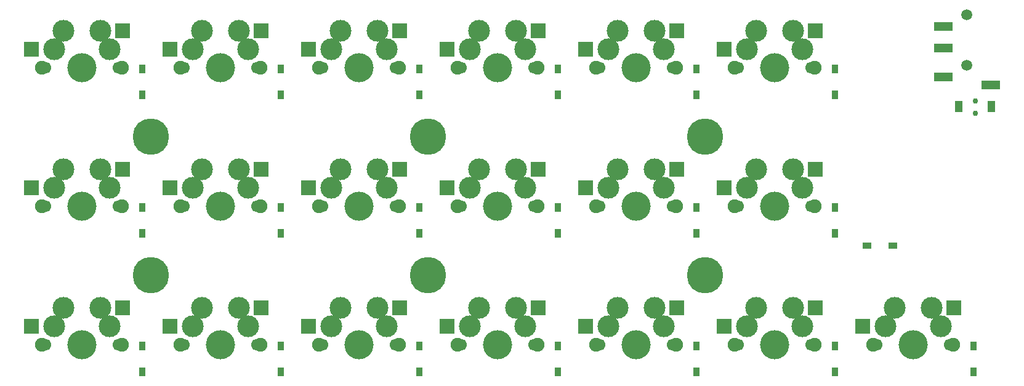
<source format=gbr>
%TF.GenerationSoftware,KiCad,Pcbnew,8.0.7*%
%TF.CreationDate,2024-12-29T11:12:43+09:00*%
%TF.ProjectId,pisces,70697363-6573-42e6-9b69-6361645f7063,rev?*%
%TF.SameCoordinates,Original*%
%TF.FileFunction,Soldermask,Bot*%
%TF.FilePolarity,Negative*%
%FSLAX46Y46*%
G04 Gerber Fmt 4.6, Leading zero omitted, Abs format (unit mm)*
G04 Created by KiCad (PCBNEW 8.0.7) date 2024-12-29 11:12:43*
%MOMM*%
%LPD*%
G01*
G04 APERTURE LIST*
%ADD10C,5.000000*%
%ADD11C,1.900000*%
%ADD12C,1.700000*%
%ADD13C,3.000000*%
%ADD14C,4.000000*%
%ADD15R,2.000000X2.000000*%
%ADD16C,1.500000*%
%ADD17R,2.500000X1.200000*%
%ADD18R,1.300000X0.950000*%
%ADD19C,0.750000*%
%ADD20R,1.100000X1.600000*%
%ADD21R,0.950000X1.300000*%
G04 APERTURE END LIST*
D10*
%TO.C,HOLE1*%
X59525000Y-59525000D03*
%TD*%
%TO.C,HOLE2*%
X59525000Y-78575000D03*
%TD*%
%TO.C,HOLE7*%
X97625000Y-59525000D03*
%TD*%
%TO.C,HOLE8*%
X97625000Y-78575000D03*
%TD*%
%TO.C,HOLE13*%
X135725000Y-59525000D03*
%TD*%
%TO.C,HOLE14*%
X135725000Y-78575000D03*
%TD*%
D11*
%TO.C,SW1*%
X44500000Y-50000000D03*
D12*
X44920000Y-50000000D03*
D13*
X46190000Y-47460000D03*
X47460000Y-44920000D03*
D14*
X50000000Y-50000000D03*
D13*
X52540000Y-44920000D03*
X53810000Y-47460000D03*
D12*
X55080000Y-50000000D03*
D11*
X55500000Y-50000000D03*
D15*
X43100000Y-47460000D03*
X55600000Y-44920000D03*
%TD*%
D11*
%TO.C,SW2*%
X44500000Y-69050000D03*
D12*
X44920000Y-69050000D03*
D13*
X46190000Y-66510000D03*
X47460000Y-63970000D03*
D14*
X50000000Y-69050000D03*
D13*
X52540000Y-63970000D03*
X53810000Y-66510000D03*
D12*
X55080000Y-69050000D03*
D11*
X55500000Y-69050000D03*
D15*
X43100000Y-66510000D03*
X55600000Y-63970000D03*
%TD*%
D11*
%TO.C,SW3*%
X44500000Y-88100000D03*
D12*
X44920000Y-88100000D03*
D13*
X46190000Y-85560000D03*
X47460000Y-83020000D03*
D14*
X50000000Y-88100000D03*
D13*
X52540000Y-83020000D03*
X53810000Y-85560000D03*
D12*
X55080000Y-88100000D03*
D11*
X55500000Y-88100000D03*
D15*
X43100000Y-85560000D03*
X55600000Y-83020000D03*
%TD*%
D11*
%TO.C,SW4*%
X63550000Y-50000000D03*
D12*
X63970000Y-50000000D03*
D13*
X65240000Y-47460000D03*
X66510000Y-44920000D03*
D14*
X69050000Y-50000000D03*
D13*
X71590000Y-44920000D03*
X72860000Y-47460000D03*
D12*
X74130000Y-50000000D03*
D11*
X74550000Y-50000000D03*
D15*
X62150000Y-47460000D03*
X74650000Y-44920000D03*
%TD*%
D11*
%TO.C,SW5*%
X63550000Y-69050000D03*
D12*
X63970000Y-69050000D03*
D13*
X65240000Y-66510000D03*
X66510000Y-63970000D03*
D14*
X69050000Y-69050000D03*
D13*
X71590000Y-63970000D03*
X72860000Y-66510000D03*
D12*
X74130000Y-69050000D03*
D11*
X74550000Y-69050000D03*
D15*
X62150000Y-66510000D03*
X74650000Y-63970000D03*
%TD*%
D11*
%TO.C,SW6*%
X63550000Y-88100000D03*
D12*
X63970000Y-88100000D03*
D13*
X65240000Y-85560000D03*
X66510000Y-83020000D03*
D14*
X69050000Y-88100000D03*
D13*
X71590000Y-83020000D03*
X72860000Y-85560000D03*
D12*
X74130000Y-88100000D03*
D11*
X74550000Y-88100000D03*
D15*
X62150000Y-85560000D03*
X74650000Y-83020000D03*
%TD*%
D11*
%TO.C,SW7*%
X82600000Y-50000000D03*
D12*
X83020000Y-50000000D03*
D13*
X84290000Y-47460000D03*
X85560000Y-44920000D03*
D14*
X88100000Y-50000000D03*
D13*
X90640000Y-44920000D03*
X91910000Y-47460000D03*
D12*
X93180000Y-50000000D03*
D11*
X93600000Y-50000000D03*
D15*
X81200000Y-47460000D03*
X93700000Y-44920000D03*
%TD*%
D11*
%TO.C,SW8*%
X82600000Y-69050000D03*
D12*
X83020000Y-69050000D03*
D13*
X84290000Y-66510000D03*
X85560000Y-63970000D03*
D14*
X88100000Y-69050000D03*
D13*
X90640000Y-63970000D03*
X91910000Y-66510000D03*
D12*
X93180000Y-69050000D03*
D11*
X93600000Y-69050000D03*
D15*
X81200000Y-66510000D03*
X93700000Y-63970000D03*
%TD*%
D11*
%TO.C,SW9*%
X82600000Y-88100000D03*
D12*
X83020000Y-88100000D03*
D13*
X84290000Y-85560000D03*
X85560000Y-83020000D03*
D14*
X88100000Y-88100000D03*
D13*
X90640000Y-83020000D03*
X91910000Y-85560000D03*
D12*
X93180000Y-88100000D03*
D11*
X93600000Y-88100000D03*
D15*
X81200000Y-85560000D03*
X93700000Y-83020000D03*
%TD*%
D11*
%TO.C,SW10*%
X101650000Y-50000000D03*
D12*
X102070000Y-50000000D03*
D13*
X103340000Y-47460000D03*
X104610000Y-44920000D03*
D14*
X107150000Y-50000000D03*
D13*
X109690000Y-44920000D03*
X110960000Y-47460000D03*
D12*
X112230000Y-50000000D03*
D11*
X112650000Y-50000000D03*
D15*
X100250000Y-47460000D03*
X112750000Y-44920000D03*
%TD*%
D11*
%TO.C,SW11*%
X101650000Y-69050000D03*
D12*
X102070000Y-69050000D03*
D13*
X103340000Y-66510000D03*
X104610000Y-63970000D03*
D14*
X107150000Y-69050000D03*
D13*
X109690000Y-63970000D03*
X110960000Y-66510000D03*
D12*
X112230000Y-69050000D03*
D11*
X112650000Y-69050000D03*
D15*
X100250000Y-66510000D03*
X112750000Y-63970000D03*
%TD*%
D11*
%TO.C,SW12*%
X101650000Y-88100000D03*
D12*
X102070000Y-88100000D03*
D13*
X103340000Y-85560000D03*
X104610000Y-83020000D03*
D14*
X107150000Y-88100000D03*
D13*
X109690000Y-83020000D03*
X110960000Y-85560000D03*
D12*
X112230000Y-88100000D03*
D11*
X112650000Y-88100000D03*
D15*
X100250000Y-85560000D03*
X112750000Y-83020000D03*
%TD*%
D11*
%TO.C,SW13*%
X120700000Y-50000000D03*
D12*
X121120000Y-50000000D03*
D13*
X122390000Y-47460000D03*
X123660000Y-44920000D03*
D14*
X126200000Y-50000000D03*
D13*
X128740000Y-44920000D03*
X130010000Y-47460000D03*
D12*
X131280000Y-50000000D03*
D11*
X131700000Y-50000000D03*
D15*
X119300000Y-47460000D03*
X131800000Y-44920000D03*
%TD*%
D11*
%TO.C,SW14*%
X120700000Y-69050000D03*
D12*
X121120000Y-69050000D03*
D13*
X122390000Y-66510000D03*
X123660000Y-63970000D03*
D14*
X126200000Y-69050000D03*
D13*
X128740000Y-63970000D03*
X130010000Y-66510000D03*
D12*
X131280000Y-69050000D03*
D11*
X131700000Y-69050000D03*
D15*
X119300000Y-66510000D03*
X131800000Y-63970000D03*
%TD*%
D11*
%TO.C,SW15*%
X120700000Y-88100000D03*
D12*
X121120000Y-88100000D03*
D13*
X122390000Y-85560000D03*
X123660000Y-83020000D03*
D14*
X126200000Y-88100000D03*
D13*
X128740000Y-83020000D03*
X130010000Y-85560000D03*
D12*
X131280000Y-88100000D03*
D11*
X131700000Y-88100000D03*
D15*
X119300000Y-85560000D03*
X131800000Y-83020000D03*
%TD*%
D11*
%TO.C,SW16*%
X139750000Y-50000000D03*
D12*
X140170000Y-50000000D03*
D13*
X141440000Y-47460000D03*
X142710000Y-44920000D03*
D14*
X145250000Y-50000000D03*
D13*
X147790000Y-44920000D03*
X149060000Y-47460000D03*
D12*
X150330000Y-50000000D03*
D11*
X150750000Y-50000000D03*
D15*
X138350000Y-47460000D03*
X150850000Y-44920000D03*
%TD*%
D11*
%TO.C,SW17*%
X139750000Y-69050000D03*
D12*
X140170000Y-69050000D03*
D13*
X141440000Y-66510000D03*
X142710000Y-63970000D03*
D14*
X145250000Y-69050000D03*
D13*
X147790000Y-63970000D03*
X149060000Y-66510000D03*
D12*
X150330000Y-69050000D03*
D11*
X150750000Y-69050000D03*
D15*
X138350000Y-66510000D03*
X150850000Y-63970000D03*
%TD*%
D11*
%TO.C,SW18*%
X139750000Y-88100000D03*
D12*
X140170000Y-88100000D03*
D13*
X141440000Y-85560000D03*
X142710000Y-83020000D03*
D14*
X145250000Y-88100000D03*
D13*
X147790000Y-83020000D03*
X149060000Y-85560000D03*
D12*
X150330000Y-88100000D03*
D11*
X150750000Y-88100000D03*
D15*
X138350000Y-85560000D03*
X150850000Y-83020000D03*
%TD*%
D11*
%TO.C,SW19*%
X158800000Y-88100000D03*
D12*
X159220000Y-88100000D03*
D13*
X160490000Y-85560000D03*
X161760000Y-83020000D03*
D14*
X164300000Y-88100000D03*
D13*
X166840000Y-83020000D03*
X168110000Y-85560000D03*
D12*
X169380000Y-88100000D03*
D11*
X169800000Y-88100000D03*
D15*
X157400000Y-85560000D03*
X169900000Y-83020000D03*
%TD*%
D16*
%TO.C,J2*%
X171704000Y-42723000D03*
X171704000Y-49723000D03*
D17*
X168454000Y-47313000D03*
X168454000Y-44313000D03*
X174954000Y-52413000D03*
X168454000Y-51313000D03*
%TD*%
D18*
%TO.C,D_H1*%
X157927500Y-74485500D03*
X161477500Y-74485500D03*
%TD*%
D19*
%TO.C,RSTSW1*%
X172847000Y-54572000D03*
X172847000Y-56272000D03*
D20*
X170597000Y-55372000D03*
X175097000Y-55372000D03*
%TD*%
D21*
%TO.C,D1*%
X58293000Y-53781500D03*
X58293000Y-50231500D03*
%TD*%
%TO.C,D2*%
X58293000Y-72831500D03*
X58293000Y-69281500D03*
%TD*%
%TO.C,D3*%
X58293000Y-91881500D03*
X58293000Y-88331500D03*
%TD*%
%TO.C,D7*%
X96393000Y-53781500D03*
X96393000Y-50231500D03*
%TD*%
%TO.C,D8*%
X96393000Y-72831500D03*
X96393000Y-69281500D03*
%TD*%
%TO.C,D10*%
X115443000Y-53781500D03*
X115443000Y-50231500D03*
%TD*%
%TO.C,D11*%
X115443000Y-72831500D03*
X115443000Y-69281500D03*
%TD*%
%TO.C,D12*%
X115443000Y-91881500D03*
X115443000Y-88331500D03*
%TD*%
%TO.C,D14*%
X134493000Y-72831500D03*
X134493000Y-69281500D03*
%TD*%
%TO.C,D15*%
X134493000Y-91881500D03*
X134493000Y-88331500D03*
%TD*%
%TO.C,D17*%
X153543000Y-72831500D03*
X153543000Y-69281500D03*
%TD*%
%TO.C,D18*%
X153543000Y-91881500D03*
X153543000Y-88331500D03*
%TD*%
%TO.C,D4*%
X77342999Y-53781500D03*
X77342999Y-50231500D03*
%TD*%
%TO.C,D5*%
X77342999Y-72831500D03*
X77342999Y-69281500D03*
%TD*%
%TO.C,D6*%
X77342999Y-91881500D03*
X77342999Y-88331500D03*
%TD*%
%TO.C,D9*%
X96393000Y-91881500D03*
X96393000Y-88331500D03*
%TD*%
%TO.C,D13*%
X134493000Y-53781500D03*
X134493000Y-50231500D03*
%TD*%
%TO.C,D16*%
X153543000Y-53781500D03*
X153543000Y-50231500D03*
%TD*%
%TO.C,D19*%
X172593000Y-91881500D03*
X172593000Y-88331500D03*
%TD*%
M02*

</source>
